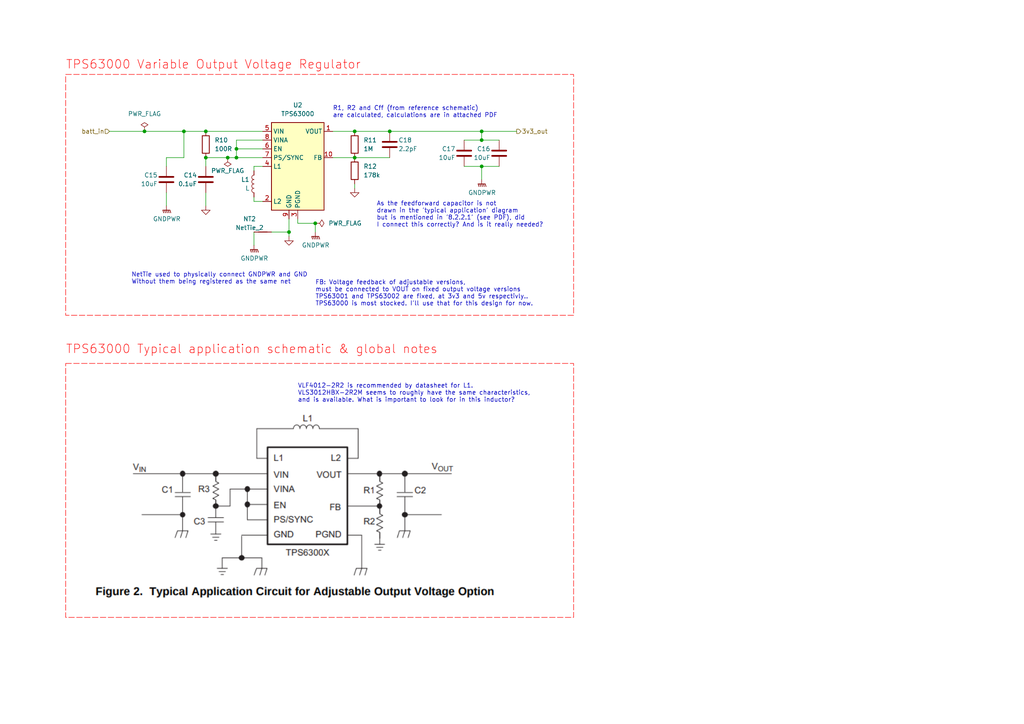
<source format=kicad_sch>
(kicad_sch (version 20230121) (generator eeschema)
  (paper "A4")
  (title_block (title "Shotclock Mainboard") (date "2023-06-28") (rev "1") (comment 1 "Author: M. de Waard"))
  (lib_symbols
    (symbol "Device:C" (pin_numbers hide) (pin_names (offset 0.254))
      (property "Reference" "C" (at 0.635 2.54 0))
      (property "Value" "C" (at 0.635 -2.54 0))
      (symbol "C_0_1"
        (polyline (pts (xy -2.032 -0.762) (xy 2.032 -0.762)) (stroke (width 0.508)))
        (polyline (pts (xy -2.032 0.762) (xy 2.032 0.762)) (stroke (width 0.508)))
      )
      (symbol "C_1_1"
        (pin passive line (at 0 3.81 270) (length 2.794) (name "~") (number "1"))
        (pin passive line (at 0 -3.81 90) (length 2.794) (name "~") (number "2"))
      )
    )
    (symbol "Device:L" (pin_numbers hide) (pin_names (offset 1.016) hide)
      (property "Reference" "L" (at -1.27 0 90))
      (property "Value" "L" (at 1.905 0 90))
      (symbol "L_0_1"
        (arc (start 0 -2.54) (mid 0.6323 -1.905) (end 0 -1.27))
        (arc (start 0 -1.27) (mid 0.6323 -0.635) (end 0 0))
        (arc (start 0 0) (mid 0.6323 0.635) (end 0 1.27))
        (arc (start 0 1.27) (mid 0.6323 1.905) (end 0 2.54))
      )
      (symbol "L_1_1"
        (pin passive line (at 0 3.81 270) (length 1.27) (name "1") (number "1"))
        (pin passive line (at 0 -3.81 90) (length 1.27) (name "2") (number "2"))
      )
    )
    (symbol "Device:NetTie_2" (pin_numbers hide) (pin_names (offset 0) hide) (in_bom no)
      (property "Reference" "NT" (at 0 1.27 0))
      (property "Value" "NetTie_2" (at 0 -1.27 0))
      (symbol "NetTie_2_0_1"
        (polyline (pts (xy -1.27 0) (xy 1.27 0)) (stroke (width 0.254)))
      )
      (symbol "NetTie_2_1_1"
        (pin passive line (at -2.54 0 0) (length 2.54) (name "1") (number "1"))
        (pin passive line (at 2.54 0 180) (length 2.54) (name "2") (number "2"))
      )
    )
    (symbol "Device:R" (pin_numbers hide) (pin_names (offset 0))
      (property "Reference" "R" (at 2.032 0 90))
      (property "Value" "R" (at 0 0 90))
      (symbol "R_0_1"
        (rectangle (start -1.016 -2.54) (end 1.016 2.54) (stroke (width 0.254)))
      )
      (symbol "R_1_1"
        (pin passive line (at 0 3.81 270) (length 1.27) (name "~") (number "1"))
        (pin passive line (at 0 -3.81 90) (length 1.27) (name "~") (number "2"))
      )
    )
    (symbol "Regulator_Switching:TPS63001"
      (property "Reference" "U" (at -7.62 13.97 0))
      (property "Value" "TPS63001" (at 5.08 13.97 0))
      (symbol "TPS63001_0_1"
        (rectangle (start -7.62 12.7) (end 7.62 -12.7) (stroke (width 0.254)) (fill (type background)))
      )
      (symbol "TPS63001_1_1"
        (pin power_out line (at 10.16 10.16 180) (length 2.54) (name "VOUT") (number "1"))
        (pin input line (at 10.16 2.54 180) (length 2.54) (name "FB") (number "10"))
        (pin passive line (at 0 -15.24 90) (length 2.54) hide (name "PGND") (number "11"))
        (pin input line (at -10.16 -10.16 0) (length 2.54) (name "L2") (number "2"))
        (pin power_in line (at 0 -15.24 90) (length 2.54) (name "PGND") (number "3"))
        (pin input line (at -10.16 0 0) (length 2.54) (name "L1") (number "4"))
        (pin power_in line (at -10.16 10.16 0) (length 2.54) (name "VIN") (number "5"))
        (pin input line (at -10.16 5.08 0) (length 2.54) (name "EN") (number "6"))
        (pin input line (at -10.16 2.54 0) (length 2.54) (name "PS/SYNC") (number "7"))
        (pin power_in line (at -10.16 7.62 0) (length 2.54) (name "VINA") (number "8"))
        (pin power_in line (at -2.54 -15.24 90) (length 2.54) (name "GND") (number "9"))
      )
    )
    (symbol "power:GND" (power) (pin_names (offset 0))
      (property "Value" "GND" (at 0 -3.81 0))
      (symbol "GND_0_1"
        (polyline (pts (xy 0 0) (xy 0 -1.27) (xy 1.27 -1.27) (xy 0 -2.54) (xy -1.27 -1.27) (xy 0 -1.27)))
      )
      (symbol "GND_1_1"
        (pin power_in line (at 0 0 270) (length 0) hide (name "GND") (number "1"))
      )
    )
    (symbol "power:GNDPWR" (power) (pin_names (offset 0))
      (property "Value" "GNDPWR" (at 0 -3.302 0))
      (symbol "GNDPWR_0_1"
        (polyline (pts (xy 0 -1.27) (xy 0 0)))
        (polyline (pts (xy -1.016 -1.27) (xy -1.27 -2.032) (xy -1.27 -2.032)) (stroke (width 0.2032)))
        (polyline (pts (xy -0.508 -1.27) (xy -0.762 -2.032) (xy -0.762 -2.032)) (stroke (width 0.2032)))
        (polyline (pts (xy 0 -1.27) (xy -0.254 -2.032) (xy -0.254 -2.032)) (stroke (width 0.2032)))
        (polyline (pts (xy 0.508 -1.27) (xy 0.254 -2.032) (xy 0.254 -2.032)) (stroke (width 0.2032)))
        (polyline (pts (xy 1.016 -1.27) (xy -1.016 -1.27) (xy -1.016 -1.27)) (stroke (width 0.2032)))
        (polyline (pts (xy 1.016 -1.27) (xy 0.762 -2.032) (xy 0.762 -2.032) (xy 0.762 -2.032)) (stroke (width 0.2032)))
      )
      (symbol "GNDPWR_1_1"
        (pin power_in line (at 0 0 270) (length 0) hide (name "GNDPWR") (number "1"))
      )
    )
    (symbol "power:PWR_FLAG" (power) (pin_numbers hide) (pin_names (offset 0) hide)
      (property "Value" "PWR_FLAG" (at 0 3.81 0))
      (symbol "PWR_FLAG_0_0"
        (pin power_out line (at 0 0 90) (length 0) (name "pwr") (number "1"))
      )
      (symbol "PWR_FLAG_0_1"
        (polyline (pts (xy 0 0) (xy 0 1.27) (xy -1.016 1.905) (xy 0 2.54) (xy 1.016 1.905) (xy 0 1.27)))
      )
    )
  )
  (junction (at 83.82 67.31))
  (junction (at 139.7 48.26))
  (junction (at 139.7 38.1))
  (junction (at 59.69 38.1))
  (junction (at 68.58 43.18))
  (junction (at 66.04 45.72))
  (junction (at 59.69 45.72))
  (junction (at 41.91 38.1))
  (junction (at 53.34 38.1))
  (junction (at 102.87 38.1))
  (junction (at 113.03 38.1))
  (junction (at 102.87 45.72))
  (junction (at 68.58 45.72))
  (junction (at 139.7 40.64))
  (junction (at 91.44 64.77))
  (wire (pts (xy 113.03 45.72) (xy 102.87 45.72)))
  (wire (pts (xy 59.69 45.72) (xy 59.69 48.26)))
  (wire (pts (xy 68.58 45.72) (xy 68.58 43.18)))
  (wire (pts (xy 139.7 48.26) (xy 134.62 48.26)))
  (wire (pts (xy 86.36 63.5) (xy 86.36 64.77)))
  (wire (pts (xy 66.04 45.72) (xy 68.58 45.72)))
  (wire (pts (xy 59.69 55.88) (xy 59.69 59.69)))
  (wire (pts (xy 48.26 45.72) (xy 53.34 45.72)))
  (wire (pts (xy 139.7 38.1) (xy 149.86 38.1)))
  (wire (pts (xy 76.2 43.18) (xy 68.58 43.18)))
  (wire (pts (xy 144.78 48.26) (xy 139.7 48.26)))
  (wire (pts (xy 139.7 40.64) (xy 134.62 40.64)))
  (wire (pts (xy 102.87 45.72) (xy 96.52 45.72)))
  (wire (pts (xy 59.69 38.1) (xy 76.2 38.1)))
  (wire (pts (xy 78.74 67.31) (xy 83.82 67.31)))
  (wire (pts (xy 48.26 55.88) (xy 48.26 59.69)))
  (wire (pts (xy 139.7 38.1) (xy 113.03 38.1)))
  (wire (pts (xy 68.58 40.64) (xy 76.2 40.64)))
  (wire (pts (xy 48.26 48.26) (xy 48.26 45.72)))
  (wire (pts (xy 76.2 58.42) (xy 73.66 58.42)))
  (wire (pts (xy 83.82 67.31) (xy 83.82 68.58)))
  (wire (pts (xy 102.87 38.1) (xy 96.52 38.1)))
  (wire (pts (xy 59.69 38.1) (xy 53.34 38.1)))
  (wire (pts (xy 76.2 45.72) (xy 68.58 45.72)))
  (wire (pts (xy 86.36 64.77) (xy 91.44 64.77)))
  (wire (pts (xy 139.7 48.26) (xy 139.7 52.07)))
  (wire (pts (xy 41.91 38.1) (xy 53.34 38.1)))
  (wire (pts (xy 73.66 48.26) (xy 73.66 49.53)))
  (wire (pts (xy 68.58 43.18) (xy 68.58 40.64)))
  (wire (pts (xy 102.87 53.34) (xy 102.87 54.61)))
  (wire (pts (xy 144.78 40.64) (xy 139.7 40.64)))
  (wire (pts (xy 91.44 64.77) (xy 91.44 67.31)))
  (wire (pts (xy 59.69 45.72) (xy 66.04 45.72)))
  (wire (pts (xy 139.7 38.1) (xy 139.7 40.64)))
  (wire (pts (xy 73.66 58.42) (xy 73.66 57.15)))
  (wire (pts (xy 31.75 38.1) (xy 41.91 38.1)))
  (wire (pts (xy 76.2 48.26) (xy 73.66 48.26)))
  (wire (pts (xy 83.82 63.5) (xy 83.82 67.31)))
  (wire (pts (xy 53.34 38.1) (xy 53.34 45.72)))
  (wire (pts (xy 113.03 38.1) (xy 102.87 38.1)))
  (wire (pts (xy 73.66 67.31) (xy 73.66 71.12)))
  (rectangle (start 19.05 105.41) (end 166.37 179.07) (stroke (width 0) (type dash) (color 255 0 0 1)))
  (rectangle (start 19.05 21.59) (end 166.37 91.44) (stroke (width 0) (type dash) (color 255 0 0 1)))
  (image (at 90.17 147.32) (scale 2.22041))
  (text "As the feedforward capacitor is not \ndrawn in the 'typical application' diagram\nbut is mentioned in '8.2.2.1' (see PDF), did\nI connect this correctly? And is it really needed?\n" (at 109.22 66.04 0) (effects (font (size 1.27 1.27)) (justify left bottom)))
  (text "NetTie used to physically connect GNDPWR and GND\nWithout them being registered as the same net" (at 38.1 82.55 0) (effects (font (size 1.27 1.27)) (justify left bottom)))
  (text "R1, R2 and Cff (from reference schematic)\nare calculated, calculations are in attached PDF" (at 96.52 34.29 0) (effects (font (size 1.27 1.27)) (justify left bottom)))
  (text "FB: Voltage feedback of adjustable versions, \nmust be connected to VOUT on fixed output voltage versions\nTPS63001 and TPS63002 are fixed, at 3v3 and 5v respectivly..\nTPS63000 is most stocked. I'll use that for this design for now." (at 91.44 88.9 0) (effects (font (size 1.27 1.27)) (justify left bottom)))
  (text "TPS63000 Variable Output Voltage Regulator" (at 19.05 20.32 0) (effects (font (size 2.5 2.5)) (justify left bottom)))
  (text "VLF4012-2R2 is recommended by datasheet for L1.\nVLS3012HBX-2R2M seems to roughly have the same characteristics, \nand is available. What is important to look for in this inductor?\n" (at 86.36 116.84 0) (effects (font (size 1.27 1.27)) (justify left bottom)))
  (text "TPS63000 Typical application schematic & global notes" (at 19.05 102.87 0) (effects (font (size 2.5 2.5)) (justify left bottom)))
  (hierarchical_label "3v3_out" (shape output) (at 149.86 38.1 0))
  (hierarchical_label "batt_in" (shape input) (at 31.75 38.1 180))
  (symbol (lib_id "Device:C") (at 144.78 44.45 0) (mirror y) (unit 1)
    (property "Reference" "C16" (at 142.24 43.18 0) (effects (justify left)))
    (property "Value" "10uF" (at 142.24 45.72 0) (effects (justify left)))
    (instances (project "ShotClockProject" (path "" (reference "C16") (unit 1)) (path "" (reference "C14") (unit 1))))
  )
  (symbol (lib_id "power:GND") (at 102.87 54.61 0) (mirror y) (unit 1)
    (property "Reference" "#PWR033" (effects hide))
    (property "Value" "GND" (effects hide))
    (instances (project "ShotClockProject" (path "" (reference "#PWR033") (unit 1)) (path "" (reference "#PWR027") (unit 1))))
  )
  (symbol (lib_id "power:PWR_FLAG") (at 91.44 64.77 270) (unit 1)
    (property "Reference" "#FLG02" (effects hide))
    (property "Value" "PWR_FLAG" (at 95.25 64.77 90) (effects (justify left)))
    (instances (project "ShotClockProject" (path "" (reference "#FLG02") (unit 1)) (path "" (reference "#FLG06") (unit 1)) (path "" (reference "#FLG09") (unit 1))))
  )
  (symbol (lib_id "Device:C") (at 59.69 52.07 0) (mirror y) (unit 1)
    (property "Reference" "C14" (at 57.15 50.8 0) (effects (justify left)))
    (property "Value" "0.1uF" (at 57.15 53.34 0) (effects (justify left)))
    (instances (project "ShotClockProject" (path "" (reference "C14") (unit 1)) (path "" (reference "C17") (unit 1))))
  )
  (symbol (lib_id "Device:R") (at 102.87 41.91 0) (mirror y) (unit 1)
    (property "Reference" "R11" (at 105.41 40.64 0) (effects (justify right)))
    (property "Value" "1M" (at 105.41 43.18 0) (effects (justify right)))
    (instances (project "ShotClockProject" (path "" (reference "R11") (unit 1)) (path "" (reference "R9") (unit 1))))
  )
  (symbol (lib_id "Device:C") (at 48.26 52.07 0) (mirror y) (unit 1)
    (property "Reference" "C15" (at 45.72 50.8 0) (effects (justify left)))
    (property "Value" "10uF" (at 45.72 53.34 0) (effects (justify left)))
    (instances (project "ShotClockProject" (path "" (reference "C15") (unit 1)) (path "" (reference "C18") (unit 1))))
  )
  (symbol (lib_id "Regulator_Switching:TPS63001") (at 86.36 48.26 0) (unit 1)
    (property "Reference" "U2" (at 86.36 30.48 0))
    (property "Value" "TPS63000" (at 86.36 33.02 0))
    (property "Footprint" "Package_SON:Texas_DRC0010J_ThermalVias" (effects hide))
    (property "Datasheet" "http://www.ti.com/lit/ds/symlink/tps63000.pdf" (effects hide))
  )
  (symbol (lib_id "power:GND") (at 83.82 68.58 0) (mirror y) (unit 1)
    (property "Reference" "#PWR029" (effects hide))
    (property "Value" "GND" (effects hide))
    (instances (project "ShotClockProject" (path "" (reference "#PWR029") (unit 1)) (path "" (reference "#PWR030") (unit 1))))
  )
  (symbol (lib_id "power:GNDPWR") (at 139.7 52.07 0) (mirror y) (unit 1)
    (property "Reference" "#PWR032" (effects hide))
    (property "Value" "GNDPWR" (at 139.827 55.88 0))
    (instances (project "ShotClockProject" (path "" (reference "#PWR032") (unit 1)) (path "" (reference "#PWR020") (unit 1))))
  )
  (symbol (lib_id "power:GND") (at 59.69 59.69 0) (mirror y) (unit 1)
    (property "Reference" "#PWR030" (effects hide))
    (property "Value" "GND" (effects hide))
    (instances (project "ShotClockProject" (path "" (reference "#PWR030") (unit 1)) (path "" (reference "#PWR031") (unit 1))))
  )
  (symbol (lib_id "power:PWR_FLAG") (at 41.91 38.1 0) (unit 1)
    (property "Reference" "#FLG02" (effects hide))
    (property "Value" "PWR_FLAG" (at 41.91 33.02 0))
    (instances (project "ShotClockProject" (path "" (reference "#FLG02") (unit 1)) (path "" (reference "#FLG04") (unit 1)) (path "" (reference "#FLG04") (unit 1))))
  )
  (symbol (lib_id "Device:C") (at 134.62 44.45 0) (mirror y) (unit 1)
    (property "Reference" "C17" (at 132.08 43.18 0) (effects (justify left)))
    (property "Value" "10uF" (at 132.08 45.72 0) (effects (justify left)))
    (instances (project "ShotClockProject" (path "" (reference "C17") (unit 1)) (path "" (reference "C15") (unit 1))))
  )
  (symbol (lib_id "power:GNDPWR") (at 73.66 71.12 0) (mirror y) (unit 1)
    (property "Reference" "#PWR028" (effects hide))
    (property "Value" "GNDPWR" (at 73.787 74.93 0))
    (instances (project "ShotClockProject" (path "" (reference "#PWR028") (unit 1)) (path "" (reference "#PWR029") (unit 1))))
  )
  (symbol (lib_id "Device:R") (at 102.87 49.53 0) (mirror y) (unit 1)
    (property "Reference" "R12" (at 105.41 48.26 0) (effects (justify right)))
    (property "Value" "178k" (at 105.41 50.8 0) (effects (justify right)))
    (instances (project "ShotClockProject" (path "" (reference "R12") (unit 1)) (path "" (reference "R10") (unit 1))))
  )
  (symbol (lib_id "power:GNDPWR") (at 91.44 67.31 0) (mirror y) (unit 1)
    (property "Reference" "#PWR020" (effects hide))
    (property "Value" "GNDPWR" (at 91.567 71.12 0))
    (instances (project "ShotClockProject" (path "" (reference "#PWR020") (unit 1)) (path "" (reference "#PWR028") (unit 1))))
  )
  (symbol (lib_id "Device:NetTie_2") (at 76.2 67.31 0) (unit 1) (in_bom no)
    (property "Reference" "NT2" (at 72.39 63.5 0))
    (property "Value" "NetTie_2" (at 72.39 66.04 0))
  )
  (symbol (lib_id "Device:C") (at 113.03 41.91 0) (unit 1)
    (property "Reference" "C18" (at 115.57 40.64 0) (effects (justify left)))
    (property "Value" "2.2pF" (at 115.57 43.18 0) (effects (justify left)))
    (instances (project "ShotClockProject" (path "" (reference "C18") (unit 1)) (path "" (reference "C16") (unit 1))))
  )
  (symbol (lib_id "Device:R") (at 59.69 41.91 0) (mirror y) (unit 1)
    (property "Reference" "R10" (at 62.23 40.64 0) (effects (justify right)))
    (property "Value" "100R" (at 62.23 43.18 0) (effects (justify right)))
    (instances (project "ShotClockProject" (path "" (reference "R10") (unit 1)) (path "" (reference "R11") (unit 1))))
  )
  (symbol (lib_id "power:GNDPWR") (at 48.26 59.69 0) (mirror y) (unit 1)
    (property "Reference" "#PWR031" (effects hide))
    (property "Value" "GNDPWR" (at 48.387 63.5 0))
    (instances (project "ShotClockProject" (path "" (reference "#PWR031") (unit 1)) (path "" (reference "#PWR032") (unit 1))))
  )
  (symbol (lib_id "Device:L") (at 73.66 53.34 0) (mirror y) (unit 1)
    (property "Reference" "L1" (at 72.39 52.07 0) (effects (justify left)))
    (property "Value" "L" (at 72.39 54.61 0) (effects (justify left)))
  )
  (symbol (lib_id "power:PWR_FLAG") (at 66.04 45.72 180) (unit 1)
    (property "Reference" "#FLG02" (effects hide))
    (property "Value" "PWR_FLAG" (at 66.04 49.53 0))
    (instances (project "ShotClockProject" (path "" (reference "#FLG02") (unit 1)) (path "" (reference "#FLG04") (unit 1)) (path "" (reference "#FLG05") (unit 1))))
  )
)
</source>
